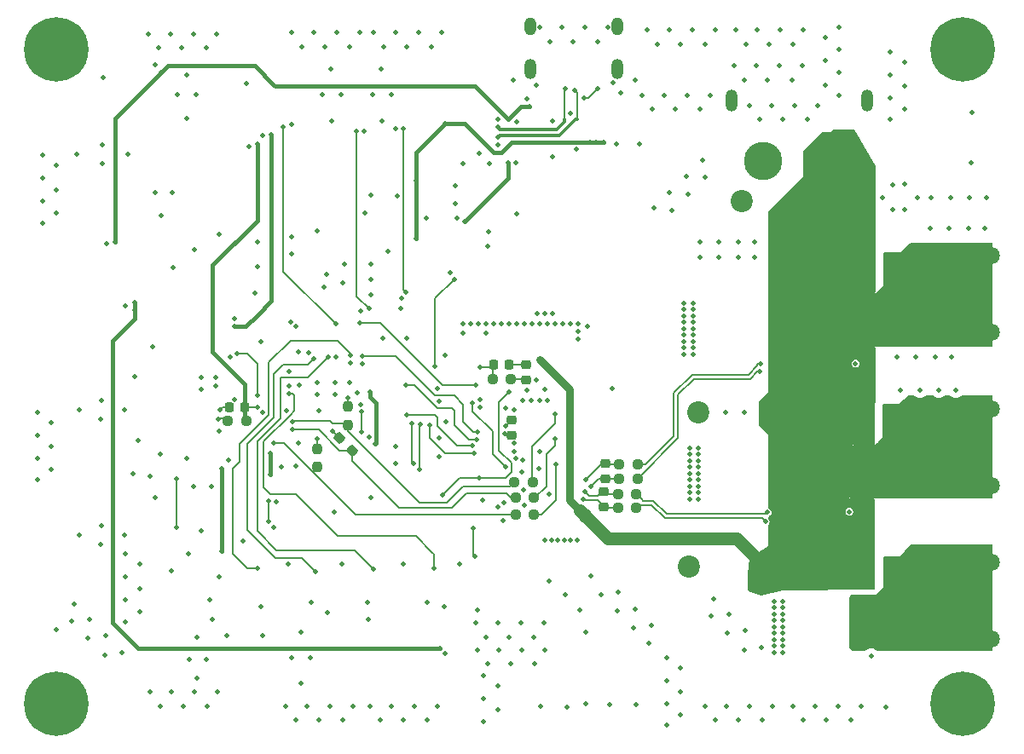
<source format=gbl>
G04 #@! TF.GenerationSoftware,KiCad,Pcbnew,8.0.0*
G04 #@! TF.CreationDate,2024-03-03T14:20:45-08:00*
G04 #@! TF.ProjectId,BLDC_Motor Controller,424c4443-5f4d-46f7-946f-7220436f6e74,rev01_1*
G04 #@! TF.SameCoordinates,Original*
G04 #@! TF.FileFunction,Copper,L4,Bot*
G04 #@! TF.FilePolarity,Positive*
%FSLAX46Y46*%
G04 Gerber Fmt 4.6, Leading zero omitted, Abs format (unit mm)*
G04 Created by KiCad (PCBNEW 8.0.0) date 2024-03-03 14:20:45*
%MOMM*%
%LPD*%
G01*
G04 APERTURE LIST*
G04 Aperture macros list*
%AMRoundRect*
0 Rectangle with rounded corners*
0 $1 Rounding radius*
0 $2 $3 $4 $5 $6 $7 $8 $9 X,Y pos of 4 corners*
0 Add a 4 corners polygon primitive as box body*
4,1,4,$2,$3,$4,$5,$6,$7,$8,$9,$2,$3,0*
0 Add four circle primitives for the rounded corners*
1,1,$1+$1,$2,$3*
1,1,$1+$1,$4,$5*
1,1,$1+$1,$6,$7*
1,1,$1+$1,$8,$9*
0 Add four rect primitives between the rounded corners*
20,1,$1+$1,$2,$3,$4,$5,0*
20,1,$1+$1,$4,$5,$6,$7,0*
20,1,$1+$1,$6,$7,$8,$9,0*
20,1,$1+$1,$8,$9,$2,$3,0*%
G04 Aperture macros list end*
G04 #@! TA.AperFunction,ComponentPad*
%ADD10C,2.200000*%
G04 #@! TD*
G04 #@! TA.AperFunction,ComponentPad*
%ADD11O,1.200000X2.000000*%
G04 #@! TD*
G04 #@! TA.AperFunction,ComponentPad*
%ADD12O,1.200000X1.800000*%
G04 #@! TD*
G04 #@! TA.AperFunction,ComponentPad*
%ADD13C,0.800000*%
G04 #@! TD*
G04 #@! TA.AperFunction,ComponentPad*
%ADD14C,6.400000*%
G04 #@! TD*
G04 #@! TA.AperFunction,ComponentPad*
%ADD15C,1.800000*%
G04 #@! TD*
G04 #@! TA.AperFunction,ComponentPad*
%ADD16C,3.800000*%
G04 #@! TD*
G04 #@! TA.AperFunction,ComponentPad*
%ADD17O,1.200000X2.200000*%
G04 #@! TD*
G04 #@! TA.AperFunction,SMDPad,CuDef*
%ADD18RoundRect,0.225000X0.250000X-0.225000X0.250000X0.225000X-0.250000X0.225000X-0.250000X-0.225000X0*%
G04 #@! TD*
G04 #@! TA.AperFunction,SMDPad,CuDef*
%ADD19RoundRect,0.225000X0.225000X0.250000X-0.225000X0.250000X-0.225000X-0.250000X0.225000X-0.250000X0*%
G04 #@! TD*
G04 #@! TA.AperFunction,SMDPad,CuDef*
%ADD20RoundRect,0.237500X-0.237500X0.250000X-0.237500X-0.250000X0.237500X-0.250000X0.237500X0.250000X0*%
G04 #@! TD*
G04 #@! TA.AperFunction,SMDPad,CuDef*
%ADD21RoundRect,0.237500X-0.250000X-0.237500X0.250000X-0.237500X0.250000X0.237500X-0.250000X0.237500X0*%
G04 #@! TD*
G04 #@! TA.AperFunction,SMDPad,CuDef*
%ADD22RoundRect,0.237500X-0.344715X0.008839X0.008839X-0.344715X0.344715X-0.008839X-0.008839X0.344715X0*%
G04 #@! TD*
G04 #@! TA.AperFunction,SMDPad,CuDef*
%ADD23RoundRect,0.237500X0.250000X0.237500X-0.250000X0.237500X-0.250000X-0.237500X0.250000X-0.237500X0*%
G04 #@! TD*
G04 #@! TA.AperFunction,SMDPad,CuDef*
%ADD24RoundRect,0.225000X-0.250000X0.225000X-0.250000X-0.225000X0.250000X-0.225000X0.250000X0.225000X0*%
G04 #@! TD*
G04 #@! TA.AperFunction,ViaPad*
%ADD25C,0.508000*%
G04 #@! TD*
G04 #@! TA.AperFunction,Conductor*
%ADD26C,0.381000*%
G04 #@! TD*
G04 #@! TA.AperFunction,Conductor*
%ADD27C,0.203200*%
G04 #@! TD*
G04 #@! TA.AperFunction,Conductor*
%ADD28C,1.270000*%
G04 #@! TD*
G04 #@! TA.AperFunction,Conductor*
%ADD29C,0.762000*%
G04 #@! TD*
G04 #@! TA.AperFunction,Conductor*
%ADD30C,0.304800*%
G04 #@! TD*
G04 APERTURE END LIST*
D10*
X236552172Y-140221411D03*
X229052299Y-140221411D03*
D11*
X221074137Y-106095748D03*
D12*
X221074137Y-101895850D03*
D11*
X212423895Y-106095748D03*
D12*
X212423895Y-101895850D03*
D13*
X162960000Y-104200000D03*
X163662944Y-102502944D03*
X163662944Y-105897056D03*
X165360000Y-101800000D03*
D14*
X165360000Y-104200000D03*
D13*
X165360000Y-106600000D03*
X167057056Y-102502944D03*
X167057056Y-105897056D03*
X167760000Y-104200000D03*
X162960000Y-169200000D03*
X163662944Y-167502944D03*
X163662944Y-170897056D03*
X165360000Y-166800000D03*
D14*
X165360000Y-169200000D03*
D13*
X165360000Y-171600000D03*
X167057056Y-167502944D03*
X167057056Y-170897056D03*
X167760000Y-169200000D03*
X252960000Y-169200000D03*
X253662944Y-167502944D03*
X253662944Y-170897056D03*
X255360000Y-166800000D03*
D14*
X255360000Y-169200000D03*
D13*
X255360000Y-171600000D03*
X257057056Y-167502944D03*
X257057056Y-170897056D03*
X257760000Y-169200000D03*
D15*
X250530000Y-155150000D03*
X250530000Y-162770000D03*
X253070000Y-155150000D03*
X253070000Y-162770000D03*
X255610000Y-155150000D03*
X255610000Y-162770000D03*
X258150000Y-155150000D03*
X258150000Y-162770000D03*
D13*
X252960000Y-104200000D03*
X253662944Y-102502944D03*
X253662944Y-105897056D03*
X255360000Y-101800000D03*
D14*
X255360000Y-104200000D03*
D13*
X255360000Y-106600000D03*
X257057056Y-102502944D03*
X257057056Y-105897056D03*
X257760000Y-104200000D03*
D15*
X258150000Y-132290000D03*
X258150000Y-124670000D03*
X255610000Y-132290000D03*
X255610000Y-124670000D03*
X253070000Y-132290000D03*
X253070000Y-124670000D03*
X250530000Y-132290000D03*
X250530000Y-124670000D03*
D16*
X235500152Y-115260292D03*
X242700051Y-115260292D03*
D17*
X245850165Y-109260292D03*
X232350038Y-109260292D03*
D15*
X250530000Y-139910000D03*
X250530000Y-147530000D03*
X253070000Y-139910000D03*
X253070000Y-147530000D03*
X255610000Y-139910000D03*
X255610000Y-147530000D03*
X258150000Y-139910000D03*
X258150000Y-147530000D03*
D18*
X210566000Y-142507000D03*
X210566000Y-140957000D03*
D19*
X184036000Y-139700000D03*
X182486000Y-139700000D03*
D20*
X191262000Y-143867500D03*
X191262000Y-145692500D03*
D21*
X210923500Y-148717000D03*
X212748500Y-148717000D03*
D10*
X235663172Y-155561589D03*
X228163299Y-155561589D03*
D21*
X221083500Y-149733000D03*
X222908500Y-149733000D03*
D19*
X210325000Y-135509000D03*
X208775000Y-135509000D03*
D21*
X210923500Y-150368000D03*
X212748500Y-150368000D03*
D20*
X194310000Y-139676500D03*
X194310000Y-141501500D03*
D21*
X221083500Y-148336000D03*
X222908500Y-148336000D03*
D22*
X193410765Y-142737765D03*
X194701235Y-144028235D03*
D21*
X221210500Y-145415000D03*
X223035500Y-145415000D03*
D23*
X210462500Y-136906000D03*
X208637500Y-136906000D03*
D24*
X211963000Y-135488355D03*
X211963000Y-137038355D03*
D10*
X240870172Y-119239589D03*
X233370299Y-119239589D03*
D21*
X210796500Y-147193000D03*
X212621500Y-147193000D03*
D24*
X219710000Y-148069000D03*
X219710000Y-149619000D03*
X219837000Y-145275000D03*
X219837000Y-146825000D03*
D23*
X184173500Y-141097000D03*
X182348500Y-141097000D03*
D21*
X221210500Y-146812000D03*
X223035500Y-146812000D03*
D25*
X206883000Y-154559000D03*
X218948000Y-113411000D03*
X186563000Y-146431000D03*
X203708000Y-148463000D03*
X196977000Y-143383000D03*
X181737000Y-154051000D03*
X207318593Y-146758325D03*
X203962000Y-111506000D03*
X206756000Y-151765000D03*
X186563000Y-144272000D03*
X201041003Y-122936003D03*
X201041000Y-117221000D03*
X210312000Y-138176000D03*
X218313000Y-113411000D03*
X219710000Y-113411000D03*
X181737000Y-145796000D03*
X196469000Y-138176000D03*
X214122000Y-131445000D03*
X176657000Y-102616000D03*
X179324000Y-162560000D03*
X212598000Y-131445000D03*
X203200000Y-169418000D03*
X229108000Y-143764000D03*
X252095000Y-121920000D03*
X234188000Y-169418000D03*
X210312000Y-131445000D03*
X195453000Y-102489000D03*
X172212000Y-156591000D03*
X249555000Y-105410000D03*
X209914064Y-139852725D03*
X214249000Y-156972000D03*
X163449000Y-140208000D03*
X200152000Y-103886000D03*
X185784875Y-140253281D03*
X234188000Y-109728000D03*
X188171999Y-140081000D03*
X211709000Y-147955000D03*
X212979000Y-107696000D03*
X189611000Y-167132000D03*
X244696402Y-135393216D03*
X193167000Y-102489000D03*
X207772000Y-166370000D03*
X227330000Y-103632000D03*
X175767996Y-120650000D03*
X208153000Y-123698000D03*
X209168999Y-149606000D03*
X233045000Y-170815000D03*
X231140000Y-124841000D03*
X178308000Y-106680000D03*
X190246000Y-169418000D03*
X222885000Y-169291000D03*
X207137000Y-163830000D03*
X209169000Y-161163000D03*
X180340000Y-169418000D03*
X207137000Y-159893000D03*
X169770650Y-151489481D03*
X199057043Y-112051571D03*
X241681000Y-102997000D03*
X257683000Y-118872000D03*
X229108000Y-146939000D03*
X167640000Y-152451446D03*
X213868000Y-163830000D03*
X236601000Y-160274000D03*
X199517000Y-129921000D03*
X232664000Y-105791000D03*
X220980000Y-113538000D03*
X204026407Y-141124505D03*
X170307000Y-123444000D03*
X178308000Y-110998000D03*
X237109000Y-105791000D03*
X213868000Y-137922000D03*
X172085000Y-139954000D03*
X214643003Y-114794997D03*
X229743000Y-103632000D03*
X239522000Y-170815000D03*
X239395000Y-105791000D03*
X197621550Y-106129182D03*
X256159000Y-115443000D03*
X191897000Y-127762000D03*
X252222000Y-118872000D03*
X215773000Y-152908000D03*
X229108000Y-146304000D03*
X225044000Y-103632000D03*
X195199000Y-138303000D03*
X194573702Y-135323572D03*
X196363003Y-142679413D03*
X210820000Y-144145000D03*
X237490000Y-164084000D03*
X192659000Y-111252000D03*
X243078000Y-108712000D03*
X181428163Y-140900248D03*
X213360000Y-131445000D03*
X226240700Y-118366644D03*
X248158000Y-106680000D03*
X231973751Y-162123751D03*
X189369053Y-143256000D03*
X224536000Y-110109000D03*
X220599000Y-107442000D03*
X237490000Y-160274000D03*
X213868000Y-152908000D03*
X248350686Y-120123624D03*
X165354000Y-118110000D03*
X188722000Y-122809000D03*
X250825000Y-118872000D03*
X169737462Y-140893624D03*
X182463525Y-145008721D03*
X237236000Y-102235000D03*
X255905000Y-121920000D03*
X170012000Y-106934000D03*
X222813249Y-159821249D03*
X168653356Y-160835700D03*
X195580000Y-130175000D03*
X199009000Y-102489000D03*
X196596000Y-148717000D03*
X222849421Y-107198554D03*
X214503000Y-152908000D03*
X254254000Y-134747000D03*
X174879000Y-133731000D03*
X168473751Y-162631751D03*
X199771000Y-170815000D03*
X181482998Y-142112996D03*
X248158000Y-104394000D03*
X178308000Y-144780000D03*
X229108000Y-145034000D03*
X181610000Y-139954000D03*
X177368376Y-108650461D03*
X177800000Y-104013000D03*
X185293000Y-125730000D03*
X227670000Y-131274000D03*
X249555000Y-107823000D03*
X175641000Y-144399000D03*
X254127000Y-118872000D03*
X213296500Y-139065000D03*
X170180000Y-164338000D03*
X218440000Y-156464000D03*
X212725000Y-162560000D03*
X176911000Y-125857000D03*
X220091000Y-101981000D03*
X233769803Y-161944146D03*
X189362711Y-134207093D03*
X208280000Y-122301000D03*
X181483000Y-122555000D03*
X207352184Y-114477969D03*
X188585299Y-131300237D03*
X189103000Y-170815000D03*
X221107000Y-158115000D03*
X233680000Y-107188000D03*
X220555637Y-137838830D03*
X217170000Y-131445000D03*
X236601000Y-162814000D03*
X246244371Y-164424330D03*
X215900000Y-158369000D03*
X185685395Y-133186484D03*
X229108000Y-145669000D03*
X211074000Y-131445000D03*
X191262000Y-137287000D03*
X188722000Y-124460000D03*
X197729479Y-132847052D03*
X254000000Y-121920000D03*
X249555000Y-110109000D03*
X213868000Y-130429000D03*
X205740000Y-131445000D03*
X188459844Y-137631585D03*
X214884000Y-131445000D03*
X238506000Y-103632000D03*
X212090000Y-138049000D03*
X203581000Y-102489000D03*
X228036751Y-118546249D03*
X227670000Y-130004000D03*
X198247000Y-124206000D03*
X229108000Y-148844000D03*
X203897500Y-134581683D03*
X178943000Y-102616000D03*
X198628000Y-169418000D03*
X237490000Y-162179000D03*
X228219000Y-147574000D03*
X241808000Y-170815000D03*
X203835000Y-159512000D03*
X227330000Y-165608000D03*
X172466000Y-114554000D03*
X214249000Y-148336000D03*
X192278000Y-160147000D03*
X243078000Y-104140000D03*
X237490000Y-159004000D03*
X229108000Y-147574000D03*
X193040000Y-137287000D03*
X208153000Y-165227000D03*
X214630000Y-111252000D03*
X173609000Y-160020000D03*
X197485000Y-170815000D03*
X229108000Y-148209000D03*
X249555000Y-120071035D03*
X174625000Y-168021000D03*
X216027000Y-169504000D03*
X227330000Y-170307000D03*
X214122000Y-139065000D03*
X193103061Y-134711282D03*
X165354000Y-115697000D03*
X228473000Y-102235000D03*
X172974000Y-146304000D03*
X183017563Y-138937239D03*
X218059000Y-131699000D03*
X232791000Y-102235000D03*
X228559000Y-132544000D03*
X179070000Y-168021000D03*
X229235000Y-124841000D03*
X220265235Y-169249892D03*
X213407235Y-169462892D03*
X227670000Y-133814000D03*
X224714057Y-119893287D03*
X204978000Y-119507000D03*
X178518536Y-164794163D03*
X212852000Y-165227000D03*
X193929000Y-125476000D03*
X254635000Y-138049000D03*
X196596000Y-118618000D03*
X203142826Y-137882483D03*
X244221000Y-170815000D03*
X179070000Y-124079000D03*
X219400751Y-158384408D03*
X175133000Y-105664000D03*
X237490000Y-160909000D03*
X208788000Y-131445000D03*
X173101000Y-136652000D03*
X203327001Y-142748000D03*
X192913000Y-150114000D03*
X200914000Y-169418000D03*
X237490000Y-161544000D03*
X231140000Y-123317000D03*
X165354000Y-120396000D03*
X173609000Y-155321000D03*
X229108000Y-144399000D03*
X228559000Y-134449000D03*
X210693000Y-107188000D03*
X228219000Y-146304000D03*
X231902000Y-169418000D03*
X209677000Y-151003000D03*
X228219000Y-144399000D03*
X196221714Y-159106205D03*
X185776028Y-112727348D03*
X185801000Y-162433000D03*
X224028000Y-102235000D03*
X195580000Y-139446000D03*
X212979000Y-137033000D03*
X208337998Y-115512002D03*
X227965000Y-108712000D03*
X248350686Y-117618079D03*
X245237000Y-169418000D03*
X217297000Y-159893000D03*
X197672996Y-111252000D03*
X172212000Y-161036000D03*
X221017197Y-160000854D03*
X228559000Y-133814000D03*
X211074000Y-120523000D03*
X175641000Y-169418000D03*
X188722000Y-111633000D03*
X198987931Y-145279572D03*
X211836000Y-131445000D03*
X193802000Y-127381000D03*
X226420305Y-120162695D03*
X238379000Y-107188000D03*
X189738000Y-103886000D03*
X210963689Y-144843565D03*
X169770650Y-139043481D03*
X173482000Y-143002000D03*
X224160287Y-163143943D03*
X193802000Y-170815000D03*
X217012994Y-114109500D03*
X196342000Y-160782000D03*
X167343182Y-114605446D03*
X223266000Y-113535000D03*
X192024000Y-103886000D03*
X249174000Y-138049000D03*
X173609000Y-157734000D03*
X187706000Y-145669000D03*
X185039000Y-128397000D03*
X180797815Y-160793921D03*
X238506000Y-169418000D03*
X209200894Y-113625463D03*
X233045000Y-124841000D03*
X225933000Y-164592000D03*
X236601000Y-159004000D03*
X205710033Y-115487892D03*
X202184000Y-170815000D03*
X190627000Y-159131000D03*
X210947000Y-115443000D03*
X227330000Y-168021000D03*
X194818000Y-169418000D03*
X179705000Y-152019000D03*
X227670000Y-133179000D03*
X209296000Y-163830000D03*
X234696000Y-124841000D03*
X205359000Y-155321000D03*
X244076500Y-150114000D03*
X248793000Y-134747000D03*
X188700481Y-164620350D03*
X214630000Y-130429000D03*
X237490000Y-159639000D03*
X211600594Y-145017745D03*
X238633000Y-109728000D03*
X177927000Y-169418000D03*
X191389000Y-170815000D03*
X214376000Y-103378000D03*
X164846000Y-141224000D03*
X212471000Y-139065000D03*
X167640000Y-140005446D03*
X211645500Y-139065000D03*
X174625000Y-146558000D03*
X231775000Y-140208000D03*
X195707000Y-135382000D03*
X163957000Y-116967000D03*
X196596000Y-125476000D03*
X189103000Y-145542000D03*
X230759000Y-102235000D03*
X192532000Y-169418000D03*
X228219000Y-145669000D03*
X203360238Y-139125133D03*
X207264000Y-131445000D03*
X176846632Y-118363999D03*
X165354000Y-161798000D03*
X196850000Y-102489000D03*
X241681000Y-107696000D03*
X237490000Y-162814000D03*
X208026000Y-131445000D03*
X202057000Y-120904000D03*
X167126713Y-159309057D03*
X228559000Y-130639000D03*
X215519000Y-101981000D03*
X175133000Y-118380676D03*
X192786000Y-142113000D03*
X182996098Y-130893020D03*
X203962000Y-164211000D03*
X203322036Y-144610272D03*
X171886249Y-164068592D03*
X182626000Y-134747000D03*
X243078000Y-101981000D03*
X228219000Y-143764000D03*
X191262000Y-122174000D03*
X176784000Y-168021000D03*
X186875854Y-151633274D03*
X229235000Y-110109000D03*
X198987931Y-143628572D03*
X243078000Y-106426000D03*
X191719376Y-108650461D03*
X213360000Y-144145000D03*
X236601000Y-164084000D03*
X207391014Y-138938000D03*
X224429695Y-161437695D03*
X163957000Y-121412000D03*
X234696000Y-123317000D03*
X172212000Y-154305000D03*
X207391000Y-139700000D03*
X213741000Y-161163000D03*
X209169000Y-167386000D03*
X175514000Y-104013000D03*
X194437000Y-137287000D03*
X196596000Y-127000000D03*
X172212000Y-158877000D03*
X180213000Y-104013000D03*
X236601000Y-163449000D03*
X207010000Y-161163000D03*
X229473592Y-115133751D03*
X212090000Y-109093000D03*
X181229000Y-102616000D03*
X257556000Y-121920000D03*
X217170000Y-132968999D03*
X236093000Y-103632000D03*
X180721000Y-147574000D03*
X210820000Y-139954000D03*
X226822000Y-110109000D03*
X225933000Y-166878000D03*
X225933000Y-169164000D03*
X170269803Y-162452146D03*
X189103000Y-131699000D03*
X230759000Y-170815000D03*
X183896000Y-153035000D03*
X164846000Y-143637000D03*
X228219000Y-148209000D03*
X187198000Y-149098000D03*
X237490000Y-111125000D03*
X198583515Y-108683650D03*
X217170000Y-132207000D03*
X236474000Y-169418000D03*
X179324000Y-166624000D03*
X211836000Y-149479000D03*
X181483000Y-156591000D03*
X190881000Y-102489000D03*
X216662000Y-103378000D03*
X172212000Y-129667000D03*
X213106000Y-130429000D03*
X230626713Y-158801057D03*
X233807000Y-103632000D03*
X230357305Y-160507305D03*
X188722000Y-102489000D03*
X196469000Y-169418000D03*
X189611000Y-162052000D03*
X184242318Y-107592017D03*
X180530355Y-158890844D03*
X217043000Y-152908000D03*
X209804000Y-149225000D03*
X247359500Y-118872000D03*
X181356000Y-168021000D03*
X239903000Y-111125000D03*
X228219000Y-145034000D03*
X227670000Y-129369000D03*
X225933000Y-171323000D03*
X204470000Y-126365000D03*
X191262000Y-138430000D03*
X235458000Y-170815000D03*
X236347000Y-109728000D03*
X217932000Y-169164000D03*
X248158000Y-108966000D03*
X228559000Y-129369000D03*
X175133000Y-148717000D03*
X194310000Y-138811000D03*
X180263624Y-164780539D03*
X235204000Y-111125000D03*
X252603000Y-134747000D03*
X202565000Y-103886000D03*
X242951000Y-169418000D03*
X193675000Y-155321000D03*
X172085000Y-152400000D03*
X216408000Y-152908000D03*
X193040000Y-138430000D03*
X215138000Y-152908000D03*
X207772000Y-170942000D03*
X227670000Y-132544000D03*
X194437000Y-103886000D03*
X181186499Y-136779000D03*
X195984500Y-120396000D03*
X163957000Y-119253000D03*
X196733372Y-108650461D03*
X191262000Y-142875000D03*
X166857305Y-161015305D03*
X234823000Y-105791000D03*
X188468000Y-136144000D03*
X232153356Y-160327700D03*
X191389000Y-140081000D03*
X226187000Y-102235000D03*
X240665000Y-169418000D03*
X248158000Y-111125000D03*
X185674000Y-159512000D03*
X163449000Y-142494000D03*
X219075000Y-103378000D03*
X176784000Y-155956000D03*
X178435000Y-154305000D03*
X223520000Y-108712000D03*
X236601000Y-162179000D03*
X200110900Y-132859295D03*
X229743000Y-116840000D03*
X210820000Y-143319500D03*
X222633644Y-161617300D03*
X221402000Y-108458000D03*
X240919000Y-109728000D03*
X210439000Y-165227000D03*
X235386249Y-163560592D03*
X188087000Y-169418000D03*
X169897650Y-113643481D03*
X228559000Y-131274000D03*
X213360000Y-101981000D03*
X213233000Y-145796000D03*
X229743000Y-169418000D03*
X247728292Y-169519405D03*
X216408000Y-131445000D03*
X182245000Y-162433000D03*
X181172359Y-137599183D03*
X211455000Y-161163000D03*
X207772000Y-168656000D03*
X163449000Y-144780000D03*
X195849053Y-112271228D03*
X169737462Y-153339624D03*
X206502000Y-131445000D03*
X233680000Y-140208000D03*
X164846000Y-145923000D03*
X205740000Y-132334000D03*
X228559000Y-130004000D03*
X163957000Y-114681000D03*
X179714701Y-136796763D03*
X256286000Y-110417337D03*
X190550624Y-164653539D03*
X233680000Y-163830000D03*
X228559000Y-133179000D03*
X211582000Y-146177000D03*
X229235000Y-123317000D03*
X241681000Y-105283000D03*
X236601000Y-159639000D03*
X236601000Y-160909000D03*
X192607554Y-106129182D03*
X197866000Y-103886000D03*
X209550000Y-131445000D03*
X225679000Y-108712000D03*
X163449000Y-146939000D03*
X184435360Y-113848491D03*
X217805000Y-101981000D03*
X215646000Y-131445000D03*
X228219000Y-146939000D03*
X205105000Y-120904000D03*
X208026000Y-162560000D03*
X228559000Y-131909000D03*
X199229505Y-118701736D03*
X236601000Y-161544000D03*
X189484000Y-137541000D03*
X216408000Y-110490000D03*
X234950000Y-102235000D03*
X237490000Y-163449000D03*
X204978000Y-117729000D03*
X209169000Y-169799000D03*
X210312000Y-162560000D03*
X199771000Y-155321000D03*
X235966000Y-107188000D03*
X251079000Y-138049000D03*
X169864462Y-115493624D03*
X217932000Y-162052000D03*
X192151000Y-126492000D03*
X209169000Y-111125000D03*
X227857146Y-116750197D03*
X208026000Y-132334000D03*
X207616280Y-148959699D03*
X196596000Y-128524000D03*
X227670000Y-134449000D03*
X178943000Y-147574000D03*
X174498000Y-102616000D03*
X179740572Y-137915069D03*
X228219000Y-148844000D03*
X230251000Y-108712000D03*
X211582000Y-163830000D03*
X179218519Y-108683650D03*
X199644000Y-128904001D03*
X239522000Y-102235000D03*
X193569519Y-108683650D03*
X256032000Y-118872000D03*
X233045000Y-123317000D03*
X249555000Y-117565490D03*
X227670000Y-131909000D03*
X252984000Y-138049000D03*
X188341000Y-155321000D03*
X185293000Y-123317000D03*
X211074000Y-111379000D03*
X227670000Y-130639000D03*
X202184000Y-159131000D03*
X201295000Y-102489000D03*
X250698000Y-134747000D03*
X190428266Y-134293091D03*
X183261000Y-134366000D03*
X186690000Y-112649000D03*
X185293000Y-138557000D03*
X183007000Y-131699000D03*
X187833000Y-111887000D03*
X193059164Y-131464164D03*
X207391000Y-135763000D03*
X209865864Y-142379131D03*
X209931000Y-141605000D03*
X240878000Y-127337000D03*
X239171554Y-153577806D03*
X239989000Y-138640000D03*
X246339000Y-126067000D03*
X213868000Y-135509000D03*
X238211000Y-139910000D03*
X243418000Y-127464000D03*
X239171554Y-154847806D03*
X239100000Y-139275000D03*
X240878000Y-138640000D03*
X243418000Y-138640000D03*
X244942000Y-157563000D03*
X240878000Y-124162000D03*
X246339000Y-157563000D03*
X239989000Y-127337000D03*
X238211000Y-123527000D03*
X238282554Y-153577806D03*
X239100000Y-127337000D03*
X240949554Y-156117806D03*
X240878000Y-139910000D03*
X238211000Y-141815000D03*
X217551000Y-150876000D03*
X240878000Y-140545000D03*
X240878000Y-141815000D03*
X240060554Y-155482806D03*
X239989000Y-124162000D03*
X246339000Y-123400000D03*
X239989000Y-141180000D03*
X238211000Y-126067000D03*
X239100000Y-124797000D03*
X240949554Y-157387806D03*
X239100000Y-138640000D03*
X244815000Y-156166000D03*
X239989000Y-125432000D03*
X240949554Y-156752806D03*
X240949554Y-154212806D03*
X240878000Y-125432000D03*
X243418000Y-139910000D03*
X244815000Y-154769000D03*
X239989000Y-139910000D03*
X239989000Y-126702000D03*
X244815000Y-139910000D03*
X240060554Y-154847806D03*
X240878000Y-126067000D03*
X239100000Y-123527000D03*
X244815000Y-123400000D03*
X238282554Y-154847806D03*
X240060554Y-154212806D03*
X240949554Y-154847806D03*
X239989000Y-140545000D03*
X239171554Y-156117806D03*
X240878000Y-124797000D03*
X246339000Y-139910000D03*
X246339000Y-138640000D03*
X243418000Y-142704000D03*
X244942000Y-142704000D03*
X239100000Y-141815000D03*
X238211000Y-124162000D03*
X239100000Y-139910000D03*
X238282554Y-156117806D03*
X239100000Y-126067000D03*
X239989000Y-123527000D03*
X238211000Y-139275000D03*
X238282554Y-154212806D03*
X239171554Y-157387806D03*
X238211000Y-127337000D03*
X240878000Y-141180000D03*
X240878000Y-123527000D03*
X243418000Y-156166000D03*
X243418000Y-153499000D03*
X239171554Y-154212806D03*
X213360000Y-135001000D03*
X214376000Y-136017000D03*
X243418000Y-123400000D03*
X239989000Y-142450000D03*
X244815000Y-153499000D03*
X240060554Y-156117806D03*
X246339000Y-154769000D03*
X238282554Y-156752806D03*
X239100000Y-125432000D03*
X240949554Y-155482806D03*
X244815000Y-138640000D03*
X246339000Y-153499000D03*
X239171554Y-156752806D03*
X238211000Y-142450000D03*
X239171554Y-155482806D03*
X240060554Y-153577806D03*
X238282554Y-155482806D03*
X244942000Y-127464000D03*
X243418000Y-157563000D03*
X244815000Y-126067000D03*
X243418000Y-141307000D03*
X240949554Y-153577806D03*
X246339000Y-142704000D03*
X217297000Y-149987000D03*
X238282554Y-157387806D03*
X238211000Y-126702000D03*
X239100000Y-126702000D03*
X243418000Y-126067000D03*
X244815000Y-124670000D03*
X239100000Y-141180000D03*
X218186000Y-150114000D03*
X239100000Y-142450000D03*
X244815000Y-141307000D03*
X239989000Y-124797000D03*
X238211000Y-125432000D03*
X239989000Y-126067000D03*
X239989000Y-139275000D03*
X246339000Y-124670000D03*
X214884000Y-136525000D03*
X238211000Y-124797000D03*
X240060554Y-157387806D03*
X238211000Y-138640000D03*
X240878000Y-142450000D03*
X239100000Y-124162000D03*
X239100000Y-140545000D03*
X243418000Y-154769000D03*
X240878000Y-126702000D03*
X243418000Y-124670000D03*
X246339000Y-156166000D03*
X246339000Y-141307000D03*
X246339000Y-127464000D03*
X240060554Y-156752806D03*
X240878000Y-139275000D03*
X238211000Y-141180000D03*
X239989000Y-141815000D03*
X238211000Y-140545000D03*
X214889522Y-140366577D03*
X214877665Y-142891473D03*
X214925031Y-145372974D03*
X204851000Y-127000000D03*
X202946000Y-135636000D03*
X217791804Y-148134250D03*
X217649975Y-148865105D03*
X217932000Y-146939000D03*
X218440000Y-147574012D03*
X173101000Y-129286000D03*
X205854000Y-121252000D03*
X173101000Y-130048000D03*
X212344000Y-109855000D03*
X210185000Y-111125000D03*
X171196000Y-123317000D03*
X175768000Y-106426000D03*
X210185000Y-115443000D03*
X203454000Y-163703000D03*
X185293000Y-113538000D03*
X185293000Y-139700000D03*
X195135192Y-112265958D03*
X196368000Y-129947000D03*
X200025000Y-128269992D03*
X199808408Y-112010875D03*
X195630275Y-142168893D03*
X195634911Y-140188151D03*
X186408175Y-151040942D03*
X186410063Y-149015678D03*
X251565833Y-130429000D03*
X256561165Y-130429000D03*
X251565833Y-127762000D03*
X245831000Y-128988000D03*
X256561165Y-126365000D03*
X250317000Y-126365000D03*
X257810000Y-129159000D03*
X245958000Y-133052000D03*
X244434000Y-130258000D03*
X245831000Y-131655000D03*
X244434000Y-131655000D03*
X244434000Y-133052000D03*
X257810000Y-127762000D03*
X251565833Y-129159000D03*
X252814666Y-130429000D03*
X256561165Y-129159000D03*
X247355000Y-131655000D03*
X251565833Y-126365000D03*
X254063499Y-127762000D03*
X257810000Y-130429000D03*
X250317000Y-127762000D03*
X252814666Y-127762000D03*
X250317000Y-129159000D03*
X254063499Y-130429000D03*
X257810000Y-126365000D03*
X255312332Y-129159000D03*
X254063499Y-126365000D03*
X245831000Y-130258000D03*
X255312332Y-130429000D03*
X254063499Y-129159000D03*
X255312332Y-127762000D03*
X252814666Y-126365000D03*
X255312332Y-126365000D03*
X256561165Y-127762000D03*
X247355000Y-130258000D03*
X244434000Y-128988000D03*
X252814666Y-129159000D03*
X250317000Y-130429000D03*
X247355000Y-128988000D03*
X247355000Y-133052000D03*
X250317000Y-145796000D03*
X256561165Y-145796000D03*
X255312332Y-145796000D03*
X250317000Y-141732000D03*
X256561165Y-143129000D03*
X245958000Y-145117000D03*
X256561165Y-144526000D03*
X247482000Y-143847000D03*
X257810000Y-144526000D03*
X251565833Y-145796000D03*
X244561000Y-145117000D03*
X252814666Y-145796000D03*
X252814666Y-141732000D03*
X244561000Y-143847000D03*
X254063499Y-141732000D03*
X247482000Y-145117000D03*
X246085000Y-147911000D03*
X255312332Y-143129000D03*
X244561000Y-146514000D03*
X245958000Y-143847000D03*
X255312332Y-144526000D03*
X256561165Y-141732000D03*
X251565833Y-143129000D03*
X257810000Y-141732000D03*
X257810000Y-145796000D03*
X252814666Y-144526000D03*
X257810000Y-143129000D03*
X252814666Y-143129000D03*
X250317000Y-144526000D03*
X244561000Y-147911000D03*
X251565833Y-144526000D03*
X247482000Y-146514000D03*
X247482000Y-147911000D03*
X255312332Y-141732000D03*
X250317000Y-143129000D03*
X254063499Y-144526000D03*
X251565833Y-141732000D03*
X254063499Y-143129000D03*
X245958000Y-146514000D03*
X254063499Y-145796000D03*
X247482000Y-158833000D03*
X254190499Y-156845000D03*
X252941666Y-158242000D03*
X251692833Y-159639000D03*
X256688165Y-158242000D03*
X244561000Y-160103000D03*
X255439332Y-159639000D03*
X247482000Y-160103000D03*
X247482000Y-161500000D03*
X245958000Y-161500000D03*
X254190499Y-160909000D03*
X246085000Y-162897000D03*
X255439332Y-158242000D03*
X256688165Y-160909000D03*
X257937000Y-158242000D03*
X250444000Y-160909000D03*
X251692833Y-160909000D03*
X250444000Y-158242000D03*
X256688165Y-156845000D03*
X251692833Y-158242000D03*
X254190499Y-159639000D03*
X254190499Y-158242000D03*
X252941666Y-156845000D03*
X244561000Y-161500000D03*
X257937000Y-160909000D03*
X245958000Y-160103000D03*
X256688165Y-159639000D03*
X257937000Y-156845000D03*
X257937000Y-159639000D03*
X247482000Y-162897000D03*
X251692833Y-156845000D03*
X255439332Y-156845000D03*
X250444000Y-156845000D03*
X244561000Y-162897000D03*
X244561000Y-158833000D03*
X245958000Y-158833000D03*
X252941666Y-160909000D03*
X255439332Y-160909000D03*
X252941666Y-159639000D03*
X250444000Y-159639000D03*
X219075000Y-108077000D03*
X217763456Y-108997438D03*
X209169000Y-111912400D03*
X215900000Y-108077000D03*
X216789000Y-108204000D03*
X209185361Y-112868344D03*
X177292000Y-146812000D03*
X177292000Y-151638000D03*
X206665853Y-139326764D03*
X209947674Y-145629755D03*
X186943000Y-143256000D03*
X188738749Y-141959877D03*
X188770921Y-141145921D03*
X235970387Y-150169320D03*
X235263707Y-135382000D03*
X196840775Y-155829000D03*
X192348358Y-134749872D03*
X190878965Y-134876741D03*
X191066716Y-156079914D03*
X194563195Y-134561642D03*
X185271809Y-155702000D03*
X202819000Y-155702000D03*
X188447939Y-138383481D03*
X195453000Y-131318000D03*
X207010000Y-137541000D03*
X195707000Y-134619997D03*
X207165615Y-142205282D03*
X200059378Y-137503600D03*
X207051239Y-142958652D03*
X206616081Y-143538407D03*
X200152000Y-140462000D03*
X202437527Y-141482471D03*
X206791642Y-144279910D03*
X200787000Y-145287990D03*
X200660000Y-141351000D03*
X201422000Y-145923000D03*
X201436796Y-141455560D03*
X235165133Y-136144000D03*
X235768774Y-151104967D03*
D26*
X197104000Y-143256000D02*
X196977000Y-143383000D01*
D27*
X209296000Y-139192000D02*
X209296000Y-144018000D01*
X209935111Y-146758325D02*
X207318593Y-146758325D01*
D26*
X203962000Y-111506000D02*
X201041000Y-114427000D01*
X201041000Y-114427000D02*
X201041000Y-117221000D01*
D27*
X206756000Y-154432000D02*
X206883000Y-154559000D01*
D26*
X196469000Y-138684000D02*
X197104000Y-139319000D01*
D27*
X210532937Y-145254937D02*
X210532937Y-146160499D01*
X206756000Y-151765000D02*
X206756000Y-154432000D01*
D26*
X181737000Y-145796000D02*
X181737000Y-154051000D01*
X205867000Y-111506000D02*
X203962000Y-111506000D01*
D27*
X210312000Y-138176000D02*
X209296000Y-139192000D01*
D26*
X201041000Y-122936000D02*
X201041003Y-122936003D01*
D27*
X210532937Y-146160499D02*
X209935111Y-146758325D01*
X205412675Y-146758325D02*
X207318593Y-146758325D01*
D26*
X219710000Y-113411000D02*
X210566000Y-113411000D01*
X196469000Y-138176000D02*
X196469000Y-138684000D01*
X208788000Y-114427000D02*
X205867000Y-111506000D01*
X209550000Y-114427000D02*
X208788000Y-114427000D01*
X197104000Y-139319000D02*
X197104000Y-143256000D01*
X201041000Y-117221000D02*
X201041000Y-122936000D01*
X186563000Y-146431000D02*
X186563000Y-144272000D01*
X210566000Y-113411000D02*
X209550000Y-114427000D01*
D27*
X203708000Y-148463000D02*
X205412675Y-146758325D01*
X209296000Y-144018000D02*
X210532937Y-145254937D01*
X194310000Y-139676500D02*
X194310000Y-138811000D01*
X193410765Y-142737765D02*
X192786000Y-142113000D01*
X182348500Y-140914573D02*
X182348500Y-141097000D01*
X191262000Y-143867500D02*
X191262000Y-142875000D01*
X182348500Y-141097000D02*
X182107880Y-140856380D01*
X181864000Y-139700000D02*
X181610000Y-139954000D01*
X182246537Y-140812610D02*
X182348500Y-140914573D01*
X181472031Y-140856380D02*
X181428163Y-140900248D01*
X182486000Y-139700000D02*
X181864000Y-139700000D01*
X182107880Y-140856380D02*
X181472031Y-140856380D01*
D26*
X186690000Y-129159000D02*
X185293000Y-130556000D01*
D27*
X184277000Y-134366000D02*
X185293000Y-135382000D01*
D26*
X185293000Y-130556000D02*
X184150000Y-131699000D01*
D27*
X185293000Y-135382000D02*
X185293000Y-138557000D01*
D26*
X186690000Y-112649000D02*
X186690000Y-129159000D01*
X184150000Y-131699000D02*
X183007000Y-131699000D01*
D27*
X183261000Y-134366000D02*
X184277000Y-134366000D01*
X193059164Y-131464164D02*
X187833000Y-126238000D01*
X187833000Y-126238000D02*
X187833000Y-111887000D01*
X210325000Y-135509000D02*
X211942355Y-135509000D01*
X211942355Y-135509000D02*
X211963000Y-135488355D01*
X210462500Y-136906000D02*
X211830645Y-136906000D01*
X211830645Y-136906000D02*
X211963000Y-137038355D01*
X208637500Y-135646500D02*
X208775000Y-135509000D01*
X207391000Y-135763000D02*
X208521000Y-135763000D01*
X208637500Y-136906000D02*
X208637500Y-135646500D01*
X208521000Y-135763000D02*
X208775000Y-135509000D01*
X209993733Y-142507000D02*
X210566000Y-142507000D01*
X209865864Y-142379131D02*
X209993733Y-142507000D01*
X209931000Y-141592000D02*
X210566000Y-140957000D01*
X209931000Y-141605000D02*
X209931000Y-141592000D01*
D28*
X220091000Y-152781000D02*
X217297000Y-149987000D01*
D29*
X216281000Y-148971000D02*
X216281000Y-147955000D01*
X214376000Y-136017000D02*
X213868000Y-135509000D01*
X216281000Y-147955000D02*
X216281000Y-137922000D01*
D28*
X235663172Y-155561589D02*
X232882583Y-152781000D01*
D29*
X214884000Y-136525000D02*
X214376000Y-136017000D01*
X213868000Y-135509000D02*
X213360000Y-135001000D01*
X216281000Y-137922000D02*
X214884000Y-136525000D01*
D28*
X232882583Y-152781000D02*
X220091000Y-152781000D01*
D29*
X217297000Y-149987000D02*
X216281000Y-148971000D01*
D27*
X214889522Y-140366577D02*
X214889522Y-141345478D01*
X212598000Y-143637000D02*
X212598000Y-145415000D01*
X212598000Y-145415000D02*
X212598000Y-147169500D01*
X214889522Y-141345478D02*
X212598000Y-143637000D01*
X212598000Y-147169500D02*
X212621500Y-147193000D01*
X212852000Y-148717000D02*
X212748500Y-148717000D01*
X213995000Y-147574000D02*
X212852000Y-148717000D01*
X214877665Y-142891473D02*
X214877665Y-143516335D01*
X213995000Y-144399000D02*
X213995000Y-147574000D01*
X214877665Y-143516335D02*
X213995000Y-144399000D01*
X214925031Y-148929969D02*
X213487000Y-150368000D01*
X214925031Y-145372974D02*
X214925031Y-148929969D01*
X213487000Y-150368000D02*
X212748500Y-150368000D01*
X202946000Y-128905000D02*
X204851000Y-127000000D01*
X202946000Y-135636000D02*
X202946000Y-128905000D01*
X219099608Y-148565392D02*
X218222946Y-148565392D01*
X219329000Y-148336000D02*
X219099608Y-148565392D01*
X221083500Y-148336000D02*
X219977000Y-148336000D01*
X218222946Y-148565392D02*
X217791804Y-148134250D01*
X219977000Y-148336000D02*
X219710000Y-148069000D01*
X219837000Y-148336000D02*
X219329000Y-148336000D01*
X219710000Y-149619000D02*
X219069213Y-148978213D01*
X217763083Y-148978213D02*
X217649975Y-148865105D01*
X221083500Y-149733000D02*
X219824000Y-149733000D01*
X219824000Y-149733000D02*
X219710000Y-149619000D01*
X219069213Y-148978213D02*
X217763083Y-148978213D01*
X219456000Y-145415000D02*
X217932000Y-146939000D01*
X221210500Y-145415000D02*
X219456000Y-145415000D01*
X219202012Y-146812000D02*
X218440000Y-147574012D01*
X221210500Y-146812000D02*
X219202012Y-146812000D01*
D26*
X210185000Y-115443000D02*
X210185000Y-116921000D01*
X170942000Y-133096000D02*
X173101000Y-130937000D01*
X187071000Y-107823000D02*
X186944000Y-107696000D01*
X176403000Y-105791000D02*
X175768000Y-106426000D01*
X175768000Y-106426000D02*
X171196000Y-110998000D01*
X211455000Y-109855000D02*
X210185000Y-111125000D01*
X173482000Y-163703000D02*
X170942000Y-161163000D01*
X206883000Y-107823000D02*
X204978000Y-107823000D01*
X204978000Y-107823000D02*
X187071000Y-107823000D01*
X171196000Y-110998000D02*
X171196000Y-114554000D01*
X185039000Y-105791000D02*
X176403000Y-105791000D01*
X171196000Y-114554000D02*
X171196000Y-123317000D01*
X173101000Y-130937000D02*
X173101000Y-129286000D01*
X170942000Y-161163000D02*
X170942000Y-133096000D01*
X210185000Y-111125000D02*
X206883000Y-107823000D01*
X210185000Y-116921000D02*
X205854000Y-121252000D01*
X212344000Y-109855000D02*
X211455000Y-109855000D01*
X203454000Y-163703000D02*
X173482000Y-163703000D01*
X186944000Y-107696000D02*
X185039000Y-105791000D01*
X185293000Y-113538000D02*
X185293000Y-121158000D01*
X185293000Y-121158000D02*
X180848000Y-125603000D01*
X180848000Y-134239000D02*
X184071537Y-137462537D01*
X184071537Y-137462537D02*
X184071537Y-140812610D01*
D27*
X185293000Y-139700000D02*
X184036000Y-139700000D01*
D26*
X180848000Y-125603000D02*
X180848000Y-134239000D01*
D27*
X195135192Y-128714192D02*
X195135192Y-112265958D01*
X196368000Y-129947000D02*
X195135192Y-128714192D01*
X199808408Y-128053400D02*
X200025000Y-128269992D01*
X199808408Y-112010875D02*
X199808408Y-128053400D01*
X195630275Y-140192787D02*
X195634911Y-140188151D01*
X195630275Y-142168893D02*
X195630275Y-140192787D01*
X186408175Y-151040942D02*
X186408175Y-149017566D01*
X186408175Y-149017566D02*
X186410063Y-149015678D01*
X217763456Y-108997438D02*
X218154562Y-108997438D01*
X218154562Y-108997438D02*
X219075000Y-108077000D01*
X215773000Y-111125000D02*
X215773000Y-108204000D01*
D30*
X209363053Y-112106453D02*
X209169000Y-111912400D01*
X210596438Y-112102900D02*
X210592885Y-112106453D01*
D27*
X215773000Y-108204000D02*
X215900000Y-108077000D01*
D30*
X210592885Y-112106453D02*
X209363053Y-112106453D01*
X215773000Y-111346908D02*
X215017008Y-112102900D01*
X215017008Y-112102900D02*
X210596438Y-112102900D01*
X215773000Y-111125000D02*
X215773000Y-111346908D01*
X210820000Y-112687100D02*
X210816447Y-112690653D01*
D27*
X217043000Y-108458000D02*
X216789000Y-108204000D01*
D30*
X209363053Y-112690653D02*
X209185361Y-112868344D01*
D27*
X217043000Y-111067290D02*
X217043000Y-108458000D01*
D30*
X216878802Y-111067290D02*
X215258992Y-112687100D01*
X210816447Y-112690653D02*
X209363053Y-112690653D01*
X217043000Y-111067290D02*
X216878802Y-111067290D01*
X215258992Y-112687100D02*
X210820000Y-112687100D01*
D27*
X177292000Y-146812000D02*
X177292000Y-151638000D01*
X208661000Y-142113000D02*
X206665853Y-140117853D01*
X208661000Y-144343081D02*
X208661000Y-142113000D01*
X209947674Y-145629755D02*
X208661000Y-144343081D01*
X206665853Y-140117853D02*
X206665853Y-139326764D01*
X210923500Y-150368000D02*
X195072000Y-150368000D01*
X195072000Y-150368000D02*
X187960000Y-143256000D01*
X187960000Y-143256000D02*
X186943000Y-143256000D01*
X204597000Y-149733000D02*
X199390000Y-149733000D01*
X206031833Y-148298167D02*
X204597000Y-149733000D01*
X199390000Y-149733000D02*
X194701235Y-145044235D01*
X194701235Y-145044235D02*
X194701235Y-144028235D01*
X191362877Y-141959877D02*
X188738749Y-141959877D01*
X193431235Y-144028235D02*
X191362877Y-141959877D01*
X194701235Y-144028235D02*
X193431235Y-144028235D01*
X210017167Y-148298167D02*
X206031833Y-148298167D01*
X210436000Y-148717000D02*
X210017167Y-148298167D01*
X210923500Y-148717000D02*
X210436000Y-148717000D01*
X199800329Y-147603329D02*
X194310000Y-142113000D01*
X194310000Y-142113000D02*
X194310000Y-141501500D01*
X188819842Y-141097000D02*
X188770921Y-141145921D01*
X205710671Y-147603329D02*
X204114400Y-149199600D01*
X205867000Y-147603329D02*
X205710671Y-147603329D01*
X192786000Y-141351000D02*
X192532000Y-141097000D01*
X201396600Y-149199600D02*
X199800329Y-147603329D01*
X210796500Y-147193000D02*
X210386171Y-147603329D01*
X194310000Y-141501500D02*
X194159500Y-141351000D01*
X210386171Y-147603329D02*
X205867000Y-147603329D01*
X204114400Y-149199600D02*
X201396600Y-149199600D01*
X194159500Y-141351000D02*
X192786000Y-141351000D01*
X192532000Y-141097000D02*
X188819842Y-141097000D01*
X235970387Y-150169320D02*
X235820421Y-150319286D01*
X223564227Y-149000000D02*
X223564227Y-148991727D01*
X223564227Y-148991727D02*
X222908500Y-148336000D01*
X225948486Y-150319286D02*
X224629200Y-149000000D01*
X224629200Y-149000000D02*
X223564227Y-149000000D01*
X235820421Y-150319286D02*
X225948486Y-150319286D01*
X226642721Y-138288543D02*
X226642721Y-142630043D01*
X235263707Y-135382000D02*
X234950000Y-135382000D01*
X223523000Y-145415000D02*
X223035500Y-145415000D01*
X234950000Y-135382000D02*
X234950000Y-135569264D01*
X226642721Y-142630043D02*
X223857764Y-145415000D01*
X234035301Y-136483963D02*
X228447301Y-136483963D01*
X228447301Y-136483963D02*
X226642721Y-138288543D01*
X234950000Y-135569264D02*
X234035301Y-136483963D01*
X223857764Y-145415000D02*
X223035500Y-145415000D01*
X187579000Y-140843000D02*
X185293000Y-143129000D01*
X187579000Y-136779000D02*
X187579000Y-140843000D01*
X192348358Y-134749872D02*
X190319230Y-136779000D01*
X194935775Y-153924000D02*
X196840775Y-155829000D01*
X190319230Y-136779000D02*
X187579000Y-136779000D01*
X187198000Y-153924000D02*
X194935775Y-153924000D01*
X185293000Y-143129000D02*
X185293000Y-152019000D01*
X185293000Y-152019000D02*
X187198000Y-153924000D01*
X186944000Y-140716000D02*
X184277000Y-143383000D01*
X187071000Y-154686000D02*
X189672802Y-154686000D01*
X190280825Y-135474881D02*
X187867119Y-135474881D01*
X184277000Y-151892000D02*
X187071000Y-154686000D01*
X189672802Y-154686000D02*
X191066716Y-156079914D01*
X190878965Y-134876741D02*
X190280825Y-135474881D01*
X184277000Y-143383000D02*
X184277000Y-151892000D01*
X186944000Y-136398000D02*
X186944000Y-140716000D01*
X187867119Y-135474881D02*
X186944000Y-136398000D01*
X194563195Y-134365195D02*
X194563195Y-134561642D01*
X183515000Y-145161000D02*
X183515000Y-143383000D01*
X186436000Y-140462000D02*
X186436000Y-139954000D01*
X183451500Y-145224500D02*
X183515000Y-145161000D01*
X186436000Y-140497069D02*
X186436000Y-139954000D01*
X186436000Y-139954000D02*
X186436000Y-135255000D01*
X188595000Y-133096000D02*
X193294000Y-133096000D01*
X184277000Y-155702000D02*
X185271809Y-155702000D01*
X193294000Y-133096000D02*
X194563195Y-134365195D01*
X182880000Y-154305000D02*
X184277000Y-155702000D01*
X186436000Y-135255000D02*
X188595000Y-133096000D01*
X183515000Y-143383000D02*
X186436000Y-140462000D01*
X182880000Y-145796000D02*
X182880000Y-154305000D01*
X183451500Y-145224500D02*
X182880000Y-145796000D01*
X201041000Y-152527000D02*
X202692000Y-154178000D01*
X187452000Y-148336000D02*
X189103000Y-148336000D01*
X188447939Y-138383481D02*
X188802481Y-138383481D01*
X185928000Y-147701000D02*
X186436000Y-148209000D01*
X202692000Y-154178000D02*
X202819000Y-154305000D01*
X188802481Y-138383481D02*
X188976000Y-138557000D01*
X186563000Y-148336000D02*
X187452000Y-148336000D01*
X194310000Y-152527000D02*
X201041000Y-152527000D01*
X188595000Y-140462000D02*
X185928000Y-143129000D01*
X188976000Y-138557000D02*
X188976000Y-140081000D01*
X193294000Y-152527000D02*
X194310000Y-152527000D01*
X202819000Y-154305000D02*
X202819000Y-155702000D01*
X186436000Y-148209000D02*
X186563000Y-148336000D01*
X185928000Y-143764000D02*
X185928000Y-147701000D01*
X191262000Y-150495000D02*
X193294000Y-152527000D01*
X188976000Y-140081000D02*
X188595000Y-140462000D01*
X185928000Y-143129000D02*
X185928000Y-143764000D01*
X189103000Y-148336000D02*
X191262000Y-150495000D01*
X195453000Y-131318000D02*
X197485000Y-131318000D01*
X203708000Y-137541000D02*
X207010000Y-137541000D01*
X197485000Y-131318000D02*
X203708000Y-137541000D01*
X205740000Y-141189282D02*
X205740000Y-139446000D01*
X205740000Y-139446000D02*
X204851000Y-138557000D01*
X204851000Y-138557000D02*
X202946000Y-138557000D01*
X206756000Y-142205282D02*
X205740000Y-141189282D01*
X207165615Y-142205282D02*
X206756000Y-142205282D01*
X202946000Y-138557000D02*
X199008997Y-134619997D01*
X199008997Y-134619997D02*
X195707000Y-134619997D01*
X204597000Y-139827000D02*
X203200000Y-139827000D01*
X207051239Y-142958652D02*
X206331652Y-142958652D01*
X204851000Y-140081000D02*
X204597000Y-139827000D01*
X200876600Y-137503600D02*
X200059378Y-137503600D01*
X206331652Y-142958652D02*
X204851000Y-141478000D01*
X204851000Y-141478000D02*
X204851000Y-140081000D01*
X203200000Y-139827000D02*
X200876600Y-137503600D01*
X202946000Y-140462000D02*
X203200000Y-140716000D01*
X203200000Y-140716000D02*
X203200000Y-141605000D01*
X200152000Y-140462000D02*
X202946000Y-140462000D01*
X205133407Y-143538407D02*
X206616081Y-143538407D01*
X203200000Y-141605000D02*
X205133407Y-143538407D01*
X203969910Y-144279910D02*
X206791642Y-144279910D01*
X202437527Y-142747527D02*
X203969910Y-144279910D01*
X202437527Y-141482471D02*
X202437527Y-142747527D01*
X200660000Y-141351000D02*
X200660000Y-145160990D01*
X200660000Y-145160990D02*
X200787000Y-145287990D01*
X201422000Y-141470356D02*
X201436796Y-141455560D01*
X201422000Y-145923000D02*
X201422000Y-141470356D01*
X234950000Y-136144000D02*
X235165133Y-136144000D01*
X227049121Y-138456879D02*
X227049121Y-142798379D01*
X234203637Y-136890363D02*
X234950000Y-136144000D01*
X228615637Y-136890363D02*
X227049121Y-138456879D01*
X227049121Y-142798379D02*
X223035500Y-146812000D01*
X234203637Y-136890363D02*
X228615637Y-136890363D01*
X223191500Y-149450000D02*
X222908500Y-149733000D01*
X225762088Y-150769288D02*
X224442800Y-149450000D01*
X235768774Y-151104967D02*
X235433095Y-150769288D01*
X235433095Y-150769288D02*
X225762088Y-150769288D01*
X224442800Y-149450000D02*
X223191500Y-149450000D01*
G04 #@! TA.AperFunction,Conductor*
G36*
X258269621Y-123420002D02*
G01*
X258316114Y-123473658D01*
X258327500Y-123526000D01*
X258327500Y-133561000D01*
X258307498Y-133629121D01*
X258253842Y-133675614D01*
X258201500Y-133687000D01*
X244367559Y-133687000D01*
X244299438Y-133666998D01*
X244269170Y-133639712D01*
X243826611Y-133086513D01*
X243799675Y-133020824D01*
X243799000Y-133007801D01*
X243799000Y-129047015D01*
X243819002Y-128978894D01*
X243844337Y-128950219D01*
X244525955Y-128382204D01*
X244591092Y-128353960D01*
X244606618Y-128353000D01*
X246720000Y-128353000D01*
X247482000Y-127591000D01*
X247482000Y-124415000D01*
X247502002Y-124346879D01*
X247555658Y-124300386D01*
X247608000Y-124289000D01*
X249132999Y-124289000D01*
X249133000Y-124289000D01*
X250113371Y-123431174D01*
X250177809Y-123401371D01*
X250196343Y-123400000D01*
X258201500Y-123400000D01*
X258269621Y-123420002D01*
G37*
G04 #@! TD.AperFunction*
G04 #@! TA.AperFunction,Conductor*
G36*
X250480592Y-138533002D02*
G01*
X250501566Y-138549905D01*
X250600580Y-138648919D01*
X250600582Y-138648920D01*
X250746066Y-138740334D01*
X250746067Y-138740334D01*
X250746070Y-138740336D01*
X250908254Y-138797087D01*
X250908253Y-138797087D01*
X250925543Y-138799034D01*
X251079000Y-138816325D01*
X251249746Y-138797087D01*
X251411930Y-138740336D01*
X251557419Y-138648919D01*
X251567338Y-138639000D01*
X251656434Y-138549905D01*
X251718746Y-138515879D01*
X251745529Y-138513000D01*
X252317471Y-138513000D01*
X252385592Y-138533002D01*
X252406566Y-138549905D01*
X252505580Y-138648919D01*
X252505582Y-138648920D01*
X252651066Y-138740334D01*
X252651067Y-138740334D01*
X252651070Y-138740336D01*
X252813254Y-138797087D01*
X252813253Y-138797087D01*
X252830543Y-138799034D01*
X252984000Y-138816325D01*
X253154746Y-138797087D01*
X253316930Y-138740336D01*
X253462419Y-138648919D01*
X253472338Y-138639000D01*
X253561434Y-138549905D01*
X253623746Y-138515879D01*
X253650529Y-138513000D01*
X253968471Y-138513000D01*
X254036592Y-138533002D01*
X254057566Y-138549905D01*
X254156580Y-138648919D01*
X254156582Y-138648920D01*
X254302066Y-138740334D01*
X254302067Y-138740334D01*
X254302070Y-138740336D01*
X254464254Y-138797087D01*
X254464253Y-138797087D01*
X254481543Y-138799034D01*
X254635000Y-138816325D01*
X254805746Y-138797087D01*
X254967930Y-138740336D01*
X255113419Y-138648919D01*
X255123338Y-138639000D01*
X255212434Y-138549905D01*
X255274746Y-138515879D01*
X255301529Y-138513000D01*
X258201500Y-138513000D01*
X258269621Y-138533002D01*
X258316114Y-138586658D01*
X258327500Y-138639000D01*
X258327500Y-148674000D01*
X258307498Y-148742121D01*
X258253842Y-148788614D01*
X258201500Y-148800000D01*
X244240559Y-148800000D01*
X244172438Y-148779998D01*
X244142170Y-148752712D01*
X243699611Y-148199513D01*
X243672675Y-148133824D01*
X243672000Y-148120801D01*
X243672000Y-144160015D01*
X243692002Y-144091894D01*
X243717337Y-144063219D01*
X244398955Y-143495204D01*
X244464092Y-143466960D01*
X244479618Y-143466000D01*
X244887661Y-143466000D01*
X244901767Y-143466791D01*
X244942000Y-143471325D01*
X244982232Y-143466791D01*
X244996339Y-143466000D01*
X246284661Y-143466000D01*
X246298767Y-143466791D01*
X246339000Y-143471325D01*
X246379232Y-143466791D01*
X246393339Y-143466000D01*
X246592998Y-143466000D01*
X246593000Y-143466000D01*
X246640850Y-143418149D01*
X246666481Y-143399965D01*
X246665938Y-143399100D01*
X246671926Y-143395337D01*
X246671930Y-143395336D01*
X246817419Y-143303919D01*
X246938919Y-143182419D01*
X247030336Y-143036930D01*
X247030337Y-143036926D01*
X247034100Y-143030938D01*
X247034965Y-143031481D01*
X247053148Y-143005851D01*
X247355000Y-142704000D01*
X247355000Y-139528000D01*
X247375002Y-139459879D01*
X247428658Y-139413386D01*
X247481000Y-139402000D01*
X249005999Y-139402000D01*
X249006000Y-139402000D01*
X249986371Y-138544174D01*
X250050809Y-138514371D01*
X250069343Y-138513000D01*
X250412471Y-138513000D01*
X250480592Y-138533002D01*
G37*
G04 #@! TD.AperFunction*
G04 #@! TA.AperFunction,Conductor*
G36*
X237998000Y-142494000D02*
G01*
X237744000Y-142748000D01*
X236347000Y-142748000D01*
X236052000Y-142453000D01*
X236051999Y-142452998D01*
X235113905Y-141514904D01*
X235079879Y-141452592D01*
X235077000Y-141425809D01*
X235077000Y-139244190D01*
X235097002Y-139176069D01*
X235113900Y-139155099D01*
X236093000Y-138176000D01*
X237998000Y-138176000D01*
X237998000Y-142494000D01*
G37*
G04 #@! TD.AperFunction*
G04 #@! TA.AperFunction,Conductor*
G36*
X244556000Y-112117002D02*
G01*
X244597277Y-112160485D01*
X246085000Y-114764000D01*
X246085004Y-114764006D01*
X246700739Y-115749182D01*
X246719890Y-115816343D01*
X246712043Y-118413752D01*
X246682411Y-128221883D01*
X246662205Y-128289941D01*
X246608409Y-128336271D01*
X246556413Y-128347500D01*
X244606618Y-128347500D01*
X244606363Y-128347507D01*
X244606277Y-128347510D01*
X244590753Y-128348469D01*
X244588906Y-128348913D01*
X244588898Y-128348915D01*
X244523764Y-128377158D01*
X244522437Y-128377976D01*
X243840814Y-128945995D01*
X243840812Y-128945996D01*
X243840228Y-128946563D01*
X243840218Y-128946574D01*
X243814878Y-128975254D01*
X243813724Y-128977344D01*
X243793723Y-129045463D01*
X243793500Y-129047015D01*
X243793500Y-133007807D01*
X243793506Y-133008090D01*
X243794181Y-133021108D01*
X243794181Y-133021109D01*
X243794584Y-133022907D01*
X243794585Y-133022910D01*
X243819405Y-133083437D01*
X243821522Y-133088600D01*
X243822316Y-133089949D01*
X243822320Y-133089955D01*
X244199157Y-133561000D01*
X244264875Y-133643148D01*
X244265487Y-133643797D01*
X244295755Y-133671083D01*
X244297888Y-133672275D01*
X244366009Y-133692277D01*
X244367559Y-133692500D01*
X244367560Y-133692500D01*
X246539503Y-133692500D01*
X246607624Y-133712502D01*
X246654117Y-133766158D01*
X246665501Y-133818880D01*
X246661106Y-135273853D01*
X246636752Y-143334881D01*
X246616545Y-143402941D01*
X246562749Y-143449271D01*
X246510753Y-143460500D01*
X246393327Y-143460500D01*
X246393026Y-143460508D01*
X246378943Y-143461298D01*
X246378613Y-143461326D01*
X246353104Y-143464200D01*
X246324894Y-143464200D01*
X246299385Y-143461326D01*
X246299055Y-143461298D01*
X246284972Y-143460508D01*
X246284673Y-143460500D01*
X246284661Y-143460500D01*
X244996339Y-143460500D01*
X244996327Y-143460500D01*
X244996026Y-143460508D01*
X244981943Y-143461298D01*
X244981613Y-143461326D01*
X244956104Y-143464200D01*
X244927894Y-143464200D01*
X244902385Y-143461326D01*
X244902055Y-143461298D01*
X244887972Y-143460508D01*
X244887673Y-143460500D01*
X244887661Y-143460500D01*
X244479618Y-143460500D01*
X244479363Y-143460507D01*
X244479277Y-143460510D01*
X244463753Y-143461469D01*
X244461906Y-143461913D01*
X244461898Y-143461915D01*
X244396766Y-143490157D01*
X244395440Y-143490974D01*
X244395429Y-143490982D01*
X244368575Y-143513361D01*
X244345119Y-143528829D01*
X244333964Y-143534512D01*
X244333963Y-143534513D01*
X244291869Y-143576608D01*
X244283437Y-143584309D01*
X243713814Y-144058995D01*
X243713812Y-144058996D01*
X243713228Y-144059563D01*
X243713218Y-144059574D01*
X243687878Y-144088254D01*
X243686724Y-144090344D01*
X243666723Y-144158463D01*
X243666500Y-144160015D01*
X243666500Y-148120807D01*
X243666506Y-148121090D01*
X243667181Y-148134108D01*
X243667181Y-148134109D01*
X243667584Y-148135907D01*
X243667585Y-148135910D01*
X243692405Y-148196437D01*
X243694522Y-148201600D01*
X243695316Y-148202949D01*
X243695320Y-148202955D01*
X244072157Y-148674000D01*
X244137875Y-148756148D01*
X244138487Y-148756797D01*
X244168755Y-148784083D01*
X244170888Y-148785275D01*
X244239009Y-148805277D01*
X244240559Y-148805500D01*
X244240560Y-148805500D01*
X246493844Y-148805500D01*
X246561965Y-148825502D01*
X246608458Y-148879158D01*
X246619843Y-148931881D01*
X246593374Y-157693113D01*
X246573167Y-157761173D01*
X246519371Y-157807503D01*
X246469125Y-157818720D01*
X237449003Y-157943999D01*
X235328720Y-158442889D01*
X235257829Y-158439021D01*
X235253066Y-158437226D01*
X234099205Y-157975682D01*
X234043385Y-157931811D01*
X234020144Y-157864726D01*
X234020000Y-157858694D01*
X234020000Y-156298244D01*
X234020435Y-156287780D01*
X234141948Y-154829623D01*
X234167537Y-154763402D01*
X234197615Y-154735256D01*
X236052000Y-153499000D01*
X236052000Y-151413216D01*
X236072002Y-151345095D01*
X236076064Y-151339155D01*
X236081258Y-151332004D01*
X236081261Y-151332002D01*
X236136124Y-151224326D01*
X236155029Y-151104967D01*
X236136124Y-150985608D01*
X236081261Y-150877932D01*
X236081260Y-150877930D01*
X236076062Y-150870775D01*
X236052205Y-150803906D01*
X236052000Y-150796717D01*
X236052000Y-150633115D01*
X236072002Y-150564994D01*
X236120796Y-150520848D01*
X236197422Y-150481807D01*
X236282874Y-150396355D01*
X236337737Y-150288679D01*
X236356642Y-150169320D01*
X236347880Y-150114000D01*
X243690245Y-150114000D01*
X243709150Y-150233359D01*
X243709150Y-150233360D01*
X243709151Y-150233362D01*
X243764013Y-150341036D01*
X243849463Y-150426486D01*
X243849462Y-150426486D01*
X243957137Y-150481348D01*
X243957141Y-150481350D01*
X244076500Y-150500255D01*
X244195859Y-150481350D01*
X244303535Y-150426487D01*
X244388987Y-150341035D01*
X244443850Y-150233359D01*
X244462755Y-150114000D01*
X244443850Y-149994641D01*
X244388987Y-149886965D01*
X244388986Y-149886963D01*
X244303536Y-149801513D01*
X244303537Y-149801513D01*
X244195862Y-149746651D01*
X244195860Y-149746650D01*
X244195859Y-149746650D01*
X244076500Y-149727745D01*
X243957141Y-149746650D01*
X243957139Y-149746650D01*
X243957137Y-149746651D01*
X243849463Y-149801513D01*
X243764013Y-149886963D01*
X243709151Y-149994637D01*
X243709150Y-149994639D01*
X243709150Y-149994641D01*
X243690245Y-150114000D01*
X236347880Y-150114000D01*
X236337737Y-150049961D01*
X236282874Y-149942285D01*
X236282873Y-149942283D01*
X236197424Y-149856834D01*
X236120797Y-149817791D01*
X236069182Y-149769043D01*
X236052000Y-149705524D01*
X236052000Y-142453000D01*
X236347000Y-142748000D01*
X237744000Y-142748000D01*
X237998000Y-142494000D01*
X237998000Y-138176000D01*
X236093000Y-138176000D01*
X236052000Y-138217000D01*
X236052000Y-135393216D01*
X244310147Y-135393216D01*
X244329052Y-135512575D01*
X244329052Y-135512576D01*
X244329053Y-135512578D01*
X244383915Y-135620252D01*
X244469365Y-135705702D01*
X244469364Y-135705702D01*
X244555030Y-135749350D01*
X244577043Y-135760566D01*
X244696402Y-135779471D01*
X244815761Y-135760566D01*
X244923437Y-135705703D01*
X245008889Y-135620251D01*
X245063752Y-135512575D01*
X245082657Y-135393216D01*
X245063752Y-135273857D01*
X245008889Y-135166181D01*
X245008888Y-135166179D01*
X244923438Y-135080729D01*
X244923439Y-135080729D01*
X244815764Y-135025867D01*
X244815762Y-135025866D01*
X244815761Y-135025866D01*
X244696402Y-135006961D01*
X244577043Y-135025866D01*
X244577041Y-135025866D01*
X244577039Y-135025867D01*
X244469365Y-135080729D01*
X244383915Y-135166179D01*
X244329053Y-135273853D01*
X244329052Y-135273855D01*
X244329052Y-135273857D01*
X244310147Y-135393216D01*
X236052000Y-135393216D01*
X236052000Y-120277190D01*
X236072002Y-120209069D01*
X236088905Y-120188095D01*
X239481000Y-116796000D01*
X239481000Y-114308190D01*
X239501002Y-114240069D01*
X239517905Y-114219095D01*
X241349095Y-112387905D01*
X241411407Y-112353879D01*
X241438190Y-112351000D01*
X242274999Y-112351000D01*
X242275000Y-112351000D01*
X242492096Y-112133903D01*
X242554407Y-112099880D01*
X242581190Y-112097000D01*
X244487879Y-112097000D01*
X244556000Y-112117002D01*
G37*
G04 #@! TD.AperFunction*
G04 #@! TA.AperFunction,Conductor*
G36*
X258269621Y-153392002D02*
G01*
X258316114Y-153445658D01*
X258327500Y-153498000D01*
X258327500Y-163787000D01*
X258307498Y-163855121D01*
X258253842Y-163901614D01*
X258201500Y-163913000D01*
X246863569Y-163913000D01*
X246795448Y-163892998D01*
X246774478Y-163876099D01*
X246722790Y-163824411D01*
X246722789Y-163824410D01*
X246722787Y-163824408D01*
X246577304Y-163732995D01*
X246577301Y-163732994D01*
X246415117Y-163676243D01*
X246415115Y-163676242D01*
X246415117Y-163676242D01*
X246244371Y-163657005D01*
X246073626Y-163676242D01*
X245911440Y-163732994D01*
X245911437Y-163732995D01*
X245765954Y-163824408D01*
X245740111Y-163850251D01*
X245714266Y-163876096D01*
X245651957Y-163910120D01*
X245625173Y-163913000D01*
X244374433Y-163913000D01*
X244306312Y-163892998D01*
X244269595Y-163856892D01*
X244074162Y-163563743D01*
X244053018Y-163495968D01*
X244053000Y-163493851D01*
X244053000Y-158744149D01*
X244073002Y-158676028D01*
X244074162Y-158674257D01*
X244269595Y-158381108D01*
X244324024Y-158335523D01*
X244374433Y-158325000D01*
X244887661Y-158325000D01*
X244901767Y-158325791D01*
X244942000Y-158330325D01*
X244982232Y-158325791D01*
X244996339Y-158325000D01*
X246284661Y-158325000D01*
X246298767Y-158325791D01*
X246339000Y-158330325D01*
X246379232Y-158325791D01*
X246393339Y-158325000D01*
X246720000Y-158325000D01*
X247482000Y-157563000D01*
X247482000Y-154641000D01*
X247502002Y-154572879D01*
X247555658Y-154526386D01*
X247608000Y-154515000D01*
X249132999Y-154515000D01*
X249133000Y-154515000D01*
X250111409Y-153414290D01*
X250171616Y-153376665D01*
X250205583Y-153372000D01*
X258201500Y-153372000D01*
X258269621Y-153392002D01*
G37*
G04 #@! TD.AperFunction*
M02*

</source>
